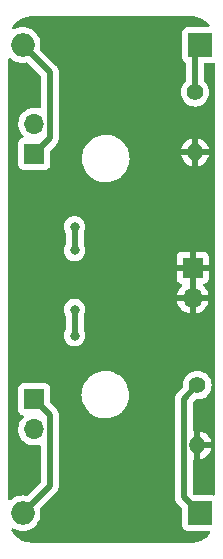
<source format=gbr>
%TF.GenerationSoftware,KiCad,Pcbnew,(6.0.8-1)-1*%
%TF.CreationDate,2023-05-30T17:25:44-07:00*%
%TF.ProjectId,SiPM_breakout,5369504d-5f62-4726-9561-6b6f75742e6b,rev?*%
%TF.SameCoordinates,Original*%
%TF.FileFunction,Copper,L2,Bot*%
%TF.FilePolarity,Positive*%
%FSLAX46Y46*%
G04 Gerber Fmt 4.6, Leading zero omitted, Abs format (unit mm)*
G04 Created by KiCad (PCBNEW (6.0.8-1)-1) date 2023-05-30 17:25:44*
%MOMM*%
%LPD*%
G01*
G04 APERTURE LIST*
%TA.AperFunction,ComponentPad*%
%ADD10R,2.000000X2.000000*%
%TD*%
%TA.AperFunction,ComponentPad*%
%ADD11O,2.000000X2.000000*%
%TD*%
%TA.AperFunction,ComponentPad*%
%ADD12C,1.400000*%
%TD*%
%TA.AperFunction,ComponentPad*%
%ADD13O,1.400000X1.400000*%
%TD*%
%TA.AperFunction,ComponentPad*%
%ADD14R,1.700000X1.700000*%
%TD*%
%TA.AperFunction,ComponentPad*%
%ADD15O,1.700000X1.700000*%
%TD*%
%TA.AperFunction,ViaPad*%
%ADD16C,0.800000*%
%TD*%
%TA.AperFunction,Conductor*%
%ADD17C,0.500000*%
%TD*%
%TA.AperFunction,Conductor*%
%ADD18C,0.250000*%
%TD*%
G04 APERTURE END LIST*
D10*
%TO.P,C2,1*%
%TO.N,Net-(C2-Pad1)*%
X93400000Y-78000000D03*
D11*
%TO.P,C2,2*%
%TO.N,/SIG2*%
X78400000Y-78000000D03*
%TD*%
D10*
%TO.P,C1,1*%
%TO.N,Net-(C1-Pad1)*%
X93400000Y-117642500D03*
D11*
%TO.P,C1,2*%
%TO.N,/SIG1*%
X78400000Y-117642500D03*
%TD*%
D12*
%TO.P,R2,1*%
%TO.N,Net-(C2-Pad1)*%
X93000000Y-82000000D03*
D13*
%TO.P,R2,2*%
%TO.N,/GND*%
X93000000Y-87080000D03*
%TD*%
D12*
%TO.P,R1,1*%
%TO.N,Net-(C1-Pad1)*%
X93200000Y-106800000D03*
D13*
%TO.P,R1,2*%
%TO.N,/GND*%
X93200000Y-111880000D03*
%TD*%
D14*
%TO.P,J2,1,Pin_1*%
%TO.N,/SIG2*%
X79400000Y-87200000D03*
D15*
%TO.P,J2,2,Pin_2*%
%TO.N,/BIAS2*%
X79400000Y-84660000D03*
%TD*%
D14*
%TO.P,J1,1,Pin_1*%
%TO.N,/SIG1*%
X79400000Y-108000000D03*
D15*
%TO.P,J1,2,Pin_2*%
%TO.N,/BIAS1*%
X79400000Y-110540000D03*
%TD*%
D14*
%TO.P,J3,1,Pin_1*%
%TO.N,/GND*%
X92800000Y-96860000D03*
D15*
%TO.P,J3,2,Pin_2*%
X92800000Y-99400000D03*
%TD*%
D16*
%TO.N,/GND*%
X88600000Y-103000000D03*
%TO.N,/BIAS1*%
X82800000Y-102600000D03*
X82800000Y-100400000D03*
%TO.N,/BIAS2*%
X82800000Y-95400000D03*
X82800000Y-93395500D03*
%TO.N,/GND*%
X81800000Y-91600000D03*
X88600000Y-93400000D03*
X79940621Y-100259834D03*
X82600000Y-85400000D03*
X78400000Y-113600000D03*
X82200000Y-110000000D03*
X82200000Y-104600000D03*
X79400000Y-95000000D03*
X81099647Y-92900353D03*
X85250000Y-98000000D03*
%TD*%
D17*
%TO.N,Net-(C2-Pad1)*%
X93000000Y-82000000D02*
X93000000Y-78400000D01*
X93000000Y-78400000D02*
X93400000Y-78000000D01*
%TO.N,Net-(C1-Pad1)*%
X93200000Y-106800000D02*
X92050000Y-107950000D01*
X92050000Y-107950000D02*
X92050000Y-116292500D01*
X92050000Y-116292500D02*
X93400000Y-117642500D01*
X93400000Y-117642500D02*
X93400000Y-117000000D01*
%TO.N,/SIG1*%
X78400000Y-117642500D02*
X80700000Y-115342500D01*
X80700000Y-115342500D02*
X80700000Y-109300000D01*
X80700000Y-109300000D02*
X79400000Y-108000000D01*
%TO.N,/SIG2*%
X79400000Y-87200000D02*
X80700000Y-85900000D01*
X80700000Y-80300000D02*
X78400000Y-78000000D01*
X80700000Y-85900000D02*
X80700000Y-80300000D01*
D18*
%TO.N,Net-(C2-Pad1)*%
X93400000Y-78000000D02*
X92600000Y-78000000D01*
D17*
%TO.N,/BIAS1*%
X82800000Y-102600000D02*
X82800000Y-100400000D01*
%TO.N,/BIAS2*%
X82800000Y-95400000D02*
X82800000Y-93395500D01*
%TD*%
%TA.AperFunction,Conductor*%
%TO.N,/GND*%
G36*
X92610589Y-75568489D02*
G01*
X92629945Y-75569989D01*
X92644849Y-75572310D01*
X92644855Y-75572310D01*
X92653724Y-75573691D01*
X92662626Y-75572527D01*
X92662629Y-75572527D01*
X92670012Y-75571561D01*
X92694591Y-75570767D01*
X92721442Y-75572527D01*
X92916922Y-75585340D01*
X92933262Y-75587491D01*
X93055477Y-75611801D01*
X93177696Y-75636112D01*
X93193606Y-75640375D01*
X93429600Y-75720484D01*
X93444826Y-75726791D01*
X93668342Y-75837016D01*
X93682616Y-75845257D01*
X93889829Y-75983713D01*
X93902905Y-75993746D01*
X94090278Y-76158068D01*
X94101932Y-76169722D01*
X94200768Y-76282422D01*
X94230645Y-76346826D01*
X94220959Y-76417159D01*
X94174787Y-76471090D01*
X94106036Y-76491500D01*
X92351866Y-76491500D01*
X92289684Y-76498255D01*
X92153295Y-76549385D01*
X92036739Y-76636739D01*
X91949385Y-76753295D01*
X91898255Y-76889684D01*
X91891500Y-76951866D01*
X91891500Y-79048134D01*
X91898255Y-79110316D01*
X91949385Y-79246705D01*
X92036739Y-79363261D01*
X92153295Y-79450615D01*
X92161704Y-79453767D01*
X92169575Y-79458077D01*
X92168664Y-79459741D01*
X92216490Y-79495663D01*
X92241193Y-79562224D01*
X92241500Y-79571009D01*
X92241500Y-80997233D01*
X92221498Y-81065354D01*
X92204595Y-81086328D01*
X92070699Y-81220224D01*
X91949411Y-81393442D01*
X91860044Y-81585090D01*
X91805314Y-81789345D01*
X91786884Y-82000000D01*
X91805314Y-82210655D01*
X91860044Y-82414910D01*
X91949411Y-82606558D01*
X92070699Y-82779776D01*
X92220224Y-82929301D01*
X92393442Y-83050589D01*
X92398420Y-83052910D01*
X92398423Y-83052912D01*
X92580108Y-83137633D01*
X92585090Y-83139956D01*
X92590398Y-83141378D01*
X92590400Y-83141379D01*
X92784030Y-83193262D01*
X92784032Y-83193262D01*
X92789345Y-83194686D01*
X93000000Y-83213116D01*
X93210655Y-83194686D01*
X93215968Y-83193262D01*
X93215970Y-83193262D01*
X93409600Y-83141379D01*
X93409602Y-83141378D01*
X93414910Y-83139956D01*
X93419892Y-83137633D01*
X93601577Y-83052912D01*
X93601580Y-83052910D01*
X93606558Y-83050589D01*
X93779776Y-82929301D01*
X93929301Y-82779776D01*
X94050589Y-82606558D01*
X94139956Y-82414910D01*
X94194686Y-82210655D01*
X94213116Y-82000000D01*
X94194686Y-81789345D01*
X94139956Y-81585090D01*
X94050589Y-81393442D01*
X93929301Y-81220224D01*
X93795405Y-81086328D01*
X93761379Y-81024016D01*
X93758500Y-80997233D01*
X93758500Y-79634500D01*
X93778502Y-79566379D01*
X93832158Y-79519886D01*
X93884500Y-79508500D01*
X94448134Y-79508500D01*
X94510316Y-79501745D01*
X94517716Y-79498971D01*
X94521275Y-79497637D01*
X94524238Y-79497420D01*
X94525400Y-79497144D01*
X94525445Y-79497332D01*
X94592082Y-79492457D01*
X94654450Y-79526380D01*
X94688577Y-79588637D01*
X94691500Y-79615621D01*
X94691500Y-116026879D01*
X94671498Y-116095000D01*
X94617842Y-116141493D01*
X94547568Y-116151597D01*
X94521275Y-116144863D01*
X94517716Y-116143529D01*
X94517715Y-116143529D01*
X94510316Y-116140755D01*
X94448134Y-116134000D01*
X93016371Y-116134000D01*
X92948250Y-116113998D01*
X92927276Y-116097095D01*
X92845405Y-116015224D01*
X92811379Y-115952912D01*
X92808500Y-115926129D01*
X92808500Y-113183758D01*
X92828502Y-113115637D01*
X92882158Y-113069144D01*
X92931502Y-113057794D01*
X92942599Y-113057530D01*
X92946000Y-113049588D01*
X92946000Y-113044439D01*
X93454000Y-113044439D01*
X93457973Y-113057970D01*
X93466522Y-113059199D01*
X93609423Y-113020908D01*
X93619727Y-113017158D01*
X93801323Y-112932479D01*
X93810811Y-112927002D01*
X93974942Y-112812075D01*
X93983350Y-112805019D01*
X94125019Y-112663350D01*
X94132075Y-112654942D01*
X94247002Y-112490811D01*
X94252479Y-112481323D01*
X94337158Y-112299727D01*
X94340908Y-112289423D01*
X94377866Y-112151497D01*
X94377530Y-112137401D01*
X94369588Y-112134000D01*
X93472115Y-112134000D01*
X93456876Y-112138475D01*
X93455671Y-112139865D01*
X93454000Y-112147548D01*
X93454000Y-113044439D01*
X92946000Y-113044439D01*
X92946000Y-111607885D01*
X93454000Y-111607885D01*
X93458475Y-111623124D01*
X93459865Y-111624329D01*
X93467548Y-111626000D01*
X94364439Y-111626000D01*
X94377970Y-111622027D01*
X94379199Y-111613478D01*
X94340908Y-111470577D01*
X94337158Y-111460273D01*
X94252479Y-111278677D01*
X94247002Y-111269189D01*
X94132075Y-111105058D01*
X94125019Y-111096650D01*
X93983350Y-110954981D01*
X93974942Y-110947925D01*
X93810811Y-110832998D01*
X93801323Y-110827521D01*
X93619727Y-110742842D01*
X93609423Y-110739092D01*
X93471497Y-110702134D01*
X93457401Y-110702470D01*
X93454000Y-110710412D01*
X93454000Y-111607885D01*
X92946000Y-111607885D01*
X92946000Y-110715561D01*
X92942027Y-110702031D01*
X92916569Y-110698371D01*
X92851988Y-110668878D01*
X92813604Y-110609151D01*
X92808500Y-110573653D01*
X92808500Y-108316371D01*
X92828502Y-108248250D01*
X92845405Y-108227276D01*
X93029316Y-108043365D01*
X93091628Y-108009339D01*
X93129392Y-108006939D01*
X93194524Y-108012637D01*
X93194525Y-108012637D01*
X93200000Y-108013116D01*
X93410655Y-107994686D01*
X93415968Y-107993262D01*
X93415970Y-107993262D01*
X93609600Y-107941379D01*
X93609602Y-107941378D01*
X93614910Y-107939956D01*
X93619892Y-107937633D01*
X93801577Y-107852912D01*
X93801580Y-107852910D01*
X93806558Y-107850589D01*
X93979776Y-107729301D01*
X94129301Y-107579776D01*
X94250589Y-107406558D01*
X94256474Y-107393939D01*
X94337633Y-107219892D01*
X94337634Y-107219891D01*
X94339956Y-107214910D01*
X94369331Y-107105283D01*
X94393262Y-107015970D01*
X94393262Y-107015968D01*
X94394686Y-107010655D01*
X94413116Y-106800000D01*
X94394686Y-106589345D01*
X94339956Y-106385090D01*
X94326928Y-106357152D01*
X94252912Y-106198423D01*
X94252910Y-106198420D01*
X94250589Y-106193442D01*
X94129301Y-106020224D01*
X93979776Y-105870699D01*
X93806558Y-105749411D01*
X93801580Y-105747090D01*
X93801577Y-105747088D01*
X93619892Y-105662367D01*
X93619891Y-105662366D01*
X93614910Y-105660044D01*
X93609602Y-105658622D01*
X93609600Y-105658621D01*
X93415970Y-105606738D01*
X93415968Y-105606738D01*
X93410655Y-105605314D01*
X93200000Y-105586884D01*
X92989345Y-105605314D01*
X92984032Y-105606738D01*
X92984030Y-105606738D01*
X92790400Y-105658621D01*
X92790398Y-105658622D01*
X92785090Y-105660044D01*
X92780109Y-105662366D01*
X92780108Y-105662367D01*
X92598423Y-105747088D01*
X92598420Y-105747090D01*
X92593442Y-105749411D01*
X92420224Y-105870699D01*
X92270699Y-106020224D01*
X92149411Y-106193442D01*
X92147090Y-106198420D01*
X92147088Y-106198423D01*
X92073072Y-106357152D01*
X92060044Y-106385090D01*
X92005314Y-106589345D01*
X91986884Y-106800000D01*
X91987363Y-106805475D01*
X91987363Y-106805476D01*
X91993061Y-106870608D01*
X91979071Y-106940213D01*
X91956635Y-106970684D01*
X91561089Y-107366230D01*
X91546677Y-107378616D01*
X91535082Y-107387149D01*
X91535077Y-107387154D01*
X91529182Y-107391492D01*
X91524443Y-107397070D01*
X91524440Y-107397073D01*
X91494965Y-107431768D01*
X91488035Y-107439284D01*
X91482340Y-107444979D01*
X91480060Y-107447861D01*
X91464719Y-107467251D01*
X91461928Y-107470655D01*
X91419409Y-107520703D01*
X91414667Y-107526285D01*
X91411339Y-107532801D01*
X91407972Y-107537850D01*
X91404805Y-107542979D01*
X91400266Y-107548716D01*
X91369345Y-107614875D01*
X91367442Y-107618769D01*
X91334231Y-107683808D01*
X91332492Y-107690916D01*
X91330393Y-107696559D01*
X91328476Y-107702322D01*
X91325378Y-107708950D01*
X91323888Y-107716112D01*
X91323888Y-107716113D01*
X91310514Y-107780412D01*
X91309544Y-107784696D01*
X91292192Y-107855610D01*
X91291500Y-107866764D01*
X91291464Y-107866762D01*
X91291225Y-107870755D01*
X91290851Y-107874947D01*
X91289360Y-107882115D01*
X91289558Y-107889432D01*
X91291454Y-107959521D01*
X91291500Y-107962928D01*
X91291500Y-116225430D01*
X91290067Y-116244380D01*
X91286801Y-116265849D01*
X91287394Y-116273141D01*
X91287394Y-116273144D01*
X91291085Y-116318518D01*
X91291500Y-116328733D01*
X91291500Y-116336793D01*
X91291925Y-116340437D01*
X91294789Y-116365007D01*
X91295222Y-116369382D01*
X91299465Y-116421540D01*
X91301140Y-116442137D01*
X91303396Y-116449101D01*
X91304587Y-116455060D01*
X91305971Y-116460915D01*
X91306818Y-116468181D01*
X91331735Y-116536827D01*
X91333152Y-116540955D01*
X91355649Y-116610399D01*
X91359445Y-116616654D01*
X91361951Y-116622128D01*
X91364670Y-116627558D01*
X91367167Y-116634437D01*
X91371180Y-116640557D01*
X91371180Y-116640558D01*
X91407186Y-116695476D01*
X91409523Y-116699180D01*
X91447405Y-116761607D01*
X91451121Y-116765815D01*
X91451122Y-116765816D01*
X91454803Y-116769984D01*
X91454776Y-116770008D01*
X91457429Y-116773000D01*
X91460132Y-116776233D01*
X91464144Y-116782352D01*
X91469456Y-116787384D01*
X91520383Y-116835628D01*
X91522825Y-116838006D01*
X91854595Y-117169776D01*
X91888621Y-117232088D01*
X91891500Y-117258871D01*
X91891500Y-118690634D01*
X91898255Y-118752816D01*
X91949385Y-118889205D01*
X92036739Y-119005761D01*
X92153295Y-119093115D01*
X92289684Y-119144245D01*
X92351866Y-119151000D01*
X94167863Y-119151000D01*
X94235984Y-119171002D01*
X94282477Y-119224658D01*
X94292581Y-119294932D01*
X94262595Y-119360078D01*
X94101932Y-119543278D01*
X94090278Y-119554932D01*
X93902905Y-119719254D01*
X93889829Y-119729287D01*
X93682616Y-119867743D01*
X93668342Y-119875984D01*
X93444826Y-119986209D01*
X93429602Y-119992515D01*
X93193606Y-120072625D01*
X93177696Y-120076888D01*
X93055477Y-120101199D01*
X92933262Y-120125509D01*
X92916922Y-120127660D01*
X92768134Y-120137413D01*
X92701763Y-120141763D01*
X92678651Y-120140733D01*
X92675146Y-120140690D01*
X92666276Y-120139309D01*
X92657375Y-120140473D01*
X92657371Y-120140473D01*
X92634785Y-120143427D01*
X92618419Y-120144491D01*
X79269411Y-120141511D01*
X79250055Y-120140011D01*
X79235151Y-120137690D01*
X79235145Y-120137690D01*
X79226276Y-120136309D01*
X79217374Y-120137473D01*
X79217371Y-120137473D01*
X79209988Y-120138439D01*
X79185409Y-120139233D01*
X79140799Y-120136309D01*
X78963078Y-120124660D01*
X78946738Y-120122509D01*
X78824523Y-120098199D01*
X78702304Y-120073888D01*
X78686394Y-120069625D01*
X78450398Y-119989515D01*
X78435174Y-119983209D01*
X78211658Y-119872984D01*
X78197384Y-119864743D01*
X77990171Y-119726287D01*
X77977095Y-119716254D01*
X77789722Y-119551932D01*
X77778068Y-119540278D01*
X77613746Y-119352905D01*
X77603713Y-119339829D01*
X77465257Y-119132616D01*
X77457017Y-119118344D01*
X77448722Y-119101524D01*
X77436531Y-119031582D01*
X77464089Y-118966152D01*
X77522647Y-118926008D01*
X77593612Y-118923895D01*
X77627562Y-118938361D01*
X77672913Y-118966152D01*
X77713037Y-118990740D01*
X77717607Y-118992633D01*
X77717611Y-118992635D01*
X77927833Y-119079711D01*
X77932406Y-119081605D01*
X77980349Y-119093115D01*
X78158476Y-119135880D01*
X78158482Y-119135881D01*
X78163289Y-119137035D01*
X78400000Y-119155665D01*
X78636711Y-119137035D01*
X78641518Y-119135881D01*
X78641524Y-119135880D01*
X78819651Y-119093115D01*
X78867594Y-119081605D01*
X78872167Y-119079711D01*
X79082389Y-118992635D01*
X79082393Y-118992633D01*
X79086963Y-118990740D01*
X79127087Y-118966152D01*
X79285202Y-118869259D01*
X79285208Y-118869255D01*
X79289416Y-118866676D01*
X79469969Y-118712469D01*
X79624176Y-118531916D01*
X79626755Y-118527708D01*
X79626759Y-118527702D01*
X79745654Y-118333683D01*
X79748240Y-118329463D01*
X79839105Y-118110094D01*
X79894535Y-117879211D01*
X79913165Y-117642500D01*
X79894535Y-117405789D01*
X79893381Y-117400982D01*
X79893380Y-117400976D01*
X79875164Y-117325102D01*
X79878711Y-117254194D01*
X79908588Y-117206593D01*
X81188911Y-115926270D01*
X81203323Y-115913884D01*
X81214918Y-115905351D01*
X81214923Y-115905346D01*
X81220818Y-115901008D01*
X81225557Y-115895430D01*
X81225560Y-115895427D01*
X81255035Y-115860732D01*
X81261965Y-115853216D01*
X81267660Y-115847521D01*
X81285281Y-115825249D01*
X81288072Y-115821845D01*
X81330591Y-115771797D01*
X81330592Y-115771795D01*
X81335333Y-115766215D01*
X81338661Y-115759699D01*
X81342028Y-115754650D01*
X81345195Y-115749521D01*
X81349734Y-115743784D01*
X81380655Y-115677625D01*
X81382561Y-115673725D01*
X81415769Y-115608692D01*
X81417508Y-115601584D01*
X81419607Y-115595941D01*
X81421524Y-115590178D01*
X81424622Y-115583550D01*
X81439487Y-115512083D01*
X81440457Y-115507799D01*
X81456473Y-115442345D01*
X81457808Y-115436890D01*
X81458500Y-115425736D01*
X81458536Y-115425738D01*
X81458775Y-115421745D01*
X81459149Y-115417553D01*
X81460640Y-115410385D01*
X81458546Y-115332979D01*
X81458500Y-115329572D01*
X81458500Y-109367070D01*
X81459933Y-109348120D01*
X81462099Y-109333885D01*
X81462099Y-109333881D01*
X81463199Y-109326651D01*
X81461807Y-109309530D01*
X81458915Y-109273982D01*
X81458500Y-109263767D01*
X81458500Y-109255707D01*
X81455209Y-109227480D01*
X81454778Y-109223121D01*
X81449454Y-109157662D01*
X81449453Y-109157659D01*
X81448860Y-109150364D01*
X81446604Y-109143400D01*
X81445417Y-109137461D01*
X81444030Y-109131590D01*
X81443182Y-109124319D01*
X81440686Y-109117443D01*
X81440684Y-109117434D01*
X81418275Y-109055702D01*
X81416865Y-109051598D01*
X81394352Y-108982101D01*
X81390556Y-108975846D01*
X81388057Y-108970387D01*
X81385329Y-108964939D01*
X81382833Y-108958063D01*
X81342805Y-108897010D01*
X81340481Y-108893327D01*
X81305504Y-108835686D01*
X81305501Y-108835682D01*
X81302595Y-108830893D01*
X81295197Y-108822517D01*
X81295224Y-108822493D01*
X81292579Y-108819511D01*
X81289872Y-108816274D01*
X81285856Y-108810148D01*
X81229598Y-108756854D01*
X81227157Y-108754477D01*
X80795405Y-108322725D01*
X80761379Y-108260413D01*
X80758500Y-108233630D01*
X80758500Y-107529733D01*
X83387822Y-107529733D01*
X83387975Y-107534121D01*
X83387975Y-107534127D01*
X83396726Y-107784701D01*
X83397625Y-107810458D01*
X83398387Y-107814781D01*
X83398388Y-107814788D01*
X83422164Y-107949624D01*
X83446402Y-108087087D01*
X83533203Y-108354235D01*
X83656340Y-108606702D01*
X83658795Y-108610341D01*
X83658798Y-108610347D01*
X83731890Y-108718710D01*
X83813415Y-108839576D01*
X84001371Y-109048322D01*
X84216550Y-109228879D01*
X84454764Y-109377731D01*
X84711375Y-109491982D01*
X84981390Y-109569407D01*
X84985740Y-109570018D01*
X84985743Y-109570019D01*
X85088690Y-109584487D01*
X85259552Y-109608500D01*
X85470146Y-109608500D01*
X85472332Y-109608347D01*
X85472336Y-109608347D01*
X85675827Y-109594118D01*
X85675832Y-109594117D01*
X85680212Y-109593811D01*
X85954970Y-109535409D01*
X85959099Y-109533906D01*
X85959103Y-109533905D01*
X86214781Y-109440846D01*
X86214785Y-109440844D01*
X86218926Y-109439337D01*
X86466942Y-109307464D01*
X86483782Y-109295229D01*
X86690629Y-109144947D01*
X86690632Y-109144944D01*
X86694192Y-109142358D01*
X86699094Y-109137625D01*
X86794947Y-109045060D01*
X86896252Y-108947231D01*
X87069188Y-108725882D01*
X87071384Y-108722078D01*
X87071389Y-108722071D01*
X87207435Y-108486431D01*
X87209636Y-108482619D01*
X87314862Y-108222176D01*
X87348544Y-108087087D01*
X87381753Y-107953893D01*
X87381754Y-107953888D01*
X87382817Y-107949624D01*
X87383834Y-107939956D01*
X87411719Y-107674636D01*
X87411719Y-107674633D01*
X87412178Y-107670267D01*
X87410380Y-107618775D01*
X87402529Y-107393939D01*
X87402528Y-107393933D01*
X87402375Y-107389542D01*
X87400449Y-107378616D01*
X87354360Y-107117236D01*
X87353598Y-107112913D01*
X87266797Y-106845765D01*
X87241806Y-106794525D01*
X87170048Y-106647402D01*
X87143660Y-106593298D01*
X87141205Y-106589659D01*
X87141202Y-106589653D01*
X87003222Y-106385090D01*
X86986585Y-106360424D01*
X86798629Y-106151678D01*
X86583450Y-105971121D01*
X86345236Y-105822269D01*
X86088625Y-105708018D01*
X85818610Y-105630593D01*
X85814260Y-105629982D01*
X85814257Y-105629981D01*
X85711310Y-105615513D01*
X85540448Y-105591500D01*
X85329854Y-105591500D01*
X85327668Y-105591653D01*
X85327664Y-105591653D01*
X85124173Y-105605882D01*
X85124168Y-105605883D01*
X85119788Y-105606189D01*
X84845030Y-105664591D01*
X84840901Y-105666094D01*
X84840897Y-105666095D01*
X84585219Y-105759154D01*
X84585215Y-105759156D01*
X84581074Y-105760663D01*
X84333058Y-105892536D01*
X84329499Y-105895122D01*
X84329497Y-105895123D01*
X84157310Y-106020224D01*
X84105808Y-106057642D01*
X83903748Y-106252769D01*
X83730812Y-106474118D01*
X83728616Y-106477922D01*
X83728611Y-106477929D01*
X83634174Y-106641500D01*
X83590364Y-106717381D01*
X83485138Y-106977824D01*
X83484073Y-106982097D01*
X83484072Y-106982099D01*
X83424784Y-107219892D01*
X83417183Y-107250376D01*
X83416724Y-107254744D01*
X83416723Y-107254749D01*
X83396730Y-107444979D01*
X83387822Y-107529733D01*
X80758500Y-107529733D01*
X80758500Y-107101866D01*
X80751745Y-107039684D01*
X80700615Y-106903295D01*
X80613261Y-106786739D01*
X80496705Y-106699385D01*
X80360316Y-106648255D01*
X80298134Y-106641500D01*
X78501866Y-106641500D01*
X78439684Y-106648255D01*
X78303295Y-106699385D01*
X78186739Y-106786739D01*
X78099385Y-106903295D01*
X78048255Y-107039684D01*
X78041500Y-107101866D01*
X78041500Y-108898134D01*
X78048255Y-108960316D01*
X78099385Y-109096705D01*
X78186739Y-109213261D01*
X78303295Y-109300615D01*
X78311704Y-109303767D01*
X78311705Y-109303768D01*
X78420451Y-109344535D01*
X78477216Y-109387176D01*
X78501916Y-109453738D01*
X78486709Y-109523087D01*
X78467316Y-109549568D01*
X78340629Y-109682138D01*
X78214743Y-109866680D01*
X78120688Y-110069305D01*
X78060989Y-110284570D01*
X78037251Y-110506695D01*
X78037548Y-110511848D01*
X78037548Y-110511851D01*
X78043158Y-110609151D01*
X78050110Y-110729715D01*
X78051247Y-110734761D01*
X78051248Y-110734767D01*
X78052223Y-110739092D01*
X78099222Y-110947639D01*
X78183266Y-111154616D01*
X78299987Y-111345088D01*
X78446250Y-111513938D01*
X78618126Y-111656632D01*
X78811000Y-111769338D01*
X79019692Y-111849030D01*
X79024760Y-111850061D01*
X79024763Y-111850062D01*
X79132012Y-111871882D01*
X79238597Y-111893567D01*
X79243772Y-111893757D01*
X79243774Y-111893757D01*
X79456673Y-111901564D01*
X79456677Y-111901564D01*
X79461837Y-111901753D01*
X79466957Y-111901097D01*
X79466959Y-111901097D01*
X79678288Y-111874025D01*
X79678289Y-111874025D01*
X79683416Y-111873368D01*
X79688367Y-111871883D01*
X79688370Y-111871882D01*
X79779293Y-111844604D01*
X79850288Y-111844188D01*
X79910239Y-111882220D01*
X79940110Y-111946627D01*
X79941500Y-111965290D01*
X79941500Y-114976129D01*
X79921498Y-115044250D01*
X79904595Y-115065224D01*
X78835907Y-116133912D01*
X78773595Y-116167938D01*
X78717398Y-116167336D01*
X78641524Y-116149120D01*
X78641518Y-116149119D01*
X78636711Y-116147965D01*
X78400000Y-116129335D01*
X78163289Y-116147965D01*
X78158482Y-116149119D01*
X78158476Y-116149120D01*
X78013988Y-116183809D01*
X77932406Y-116203395D01*
X77927835Y-116205288D01*
X77927833Y-116205289D01*
X77717611Y-116292365D01*
X77717607Y-116292367D01*
X77713037Y-116294260D01*
X77708817Y-116296846D01*
X77514798Y-116415741D01*
X77514792Y-116415745D01*
X77510584Y-116418324D01*
X77506822Y-116421537D01*
X77506818Y-116421540D01*
X77396330Y-116515905D01*
X77331541Y-116544936D01*
X77261341Y-116534331D01*
X77208018Y-116487456D01*
X77188500Y-116420094D01*
X77188500Y-102600000D01*
X81886496Y-102600000D01*
X81906458Y-102789928D01*
X81965473Y-102971556D01*
X82060960Y-103136944D01*
X82188747Y-103278866D01*
X82343248Y-103391118D01*
X82349276Y-103393802D01*
X82349278Y-103393803D01*
X82511681Y-103466109D01*
X82517712Y-103468794D01*
X82611113Y-103488647D01*
X82698056Y-103507128D01*
X82698061Y-103507128D01*
X82704513Y-103508500D01*
X82895487Y-103508500D01*
X82901939Y-103507128D01*
X82901944Y-103507128D01*
X82988887Y-103488647D01*
X83082288Y-103468794D01*
X83088319Y-103466109D01*
X83250722Y-103393803D01*
X83250724Y-103393802D01*
X83256752Y-103391118D01*
X83411253Y-103278866D01*
X83539040Y-103136944D01*
X83634527Y-102971556D01*
X83693542Y-102789928D01*
X83713504Y-102600000D01*
X83693542Y-102410072D01*
X83634527Y-102228444D01*
X83575381Y-102126000D01*
X83558500Y-102063001D01*
X83558500Y-100936999D01*
X83575381Y-100873999D01*
X83631223Y-100777279D01*
X83631224Y-100777278D01*
X83634527Y-100771556D01*
X83693542Y-100589928D01*
X83713504Y-100400000D01*
X83693542Y-100210072D01*
X83634527Y-100028444D01*
X83539040Y-99863056D01*
X83411253Y-99721134D01*
X83338074Y-99667966D01*
X91468257Y-99667966D01*
X91498565Y-99802446D01*
X91501645Y-99812275D01*
X91581770Y-100009603D01*
X91586413Y-100018794D01*
X91697694Y-100200388D01*
X91703777Y-100208699D01*
X91843213Y-100369667D01*
X91850580Y-100376883D01*
X92014434Y-100512916D01*
X92022881Y-100518831D01*
X92206756Y-100626279D01*
X92216042Y-100630729D01*
X92415001Y-100706703D01*
X92424899Y-100709579D01*
X92528250Y-100730606D01*
X92542299Y-100729410D01*
X92546000Y-100719065D01*
X92546000Y-100718517D01*
X93054000Y-100718517D01*
X93058064Y-100732359D01*
X93071478Y-100734393D01*
X93078184Y-100733534D01*
X93088262Y-100731392D01*
X93292255Y-100670191D01*
X93301842Y-100666433D01*
X93493095Y-100572739D01*
X93501945Y-100567464D01*
X93675328Y-100443792D01*
X93683200Y-100437139D01*
X93834052Y-100286812D01*
X93840730Y-100278965D01*
X93965003Y-100106020D01*
X93970313Y-100097183D01*
X94064670Y-99906267D01*
X94068469Y-99896672D01*
X94130377Y-99692910D01*
X94132555Y-99682837D01*
X94133986Y-99671962D01*
X94131775Y-99657778D01*
X94118617Y-99654000D01*
X93072115Y-99654000D01*
X93056876Y-99658475D01*
X93055671Y-99659865D01*
X93054000Y-99667548D01*
X93054000Y-100718517D01*
X92546000Y-100718517D01*
X92546000Y-99672115D01*
X92541525Y-99656876D01*
X92540135Y-99655671D01*
X92532452Y-99654000D01*
X91483225Y-99654000D01*
X91469694Y-99657973D01*
X91468257Y-99667966D01*
X83338074Y-99667966D01*
X83256752Y-99608882D01*
X83250724Y-99606198D01*
X83250722Y-99606197D01*
X83088319Y-99533891D01*
X83088318Y-99533891D01*
X83082288Y-99531206D01*
X82988887Y-99511353D01*
X82901944Y-99492872D01*
X82901939Y-99492872D01*
X82895487Y-99491500D01*
X82704513Y-99491500D01*
X82698061Y-99492872D01*
X82698056Y-99492872D01*
X82611112Y-99511353D01*
X82517712Y-99531206D01*
X82511682Y-99533891D01*
X82511681Y-99533891D01*
X82349278Y-99606197D01*
X82349276Y-99606198D01*
X82343248Y-99608882D01*
X82188747Y-99721134D01*
X82060960Y-99863056D01*
X81965473Y-100028444D01*
X81906458Y-100210072D01*
X81886496Y-100400000D01*
X81906458Y-100589928D01*
X81965473Y-100771556D01*
X81968776Y-100777278D01*
X81968777Y-100777279D01*
X82024619Y-100873999D01*
X82041500Y-100936999D01*
X82041500Y-102063001D01*
X82024619Y-102126000D01*
X81965473Y-102228444D01*
X81906458Y-102410072D01*
X81886496Y-102600000D01*
X77188500Y-102600000D01*
X77188500Y-97754669D01*
X91442001Y-97754669D01*
X91442371Y-97761490D01*
X91447895Y-97812352D01*
X91451521Y-97827604D01*
X91496676Y-97948054D01*
X91505214Y-97963649D01*
X91581715Y-98065724D01*
X91594276Y-98078285D01*
X91696351Y-98154786D01*
X91711946Y-98163324D01*
X91821337Y-98204333D01*
X91878101Y-98246975D01*
X91902801Y-98313536D01*
X91887594Y-98382885D01*
X91868201Y-98409366D01*
X91744590Y-98538717D01*
X91738104Y-98546727D01*
X91618098Y-98722649D01*
X91613000Y-98731623D01*
X91523338Y-98924783D01*
X91519775Y-98934470D01*
X91464389Y-99134183D01*
X91465912Y-99142607D01*
X91478292Y-99146000D01*
X92527885Y-99146000D01*
X92543124Y-99141525D01*
X92544329Y-99140135D01*
X92546000Y-99132452D01*
X92546000Y-99127885D01*
X93054000Y-99127885D01*
X93058475Y-99143124D01*
X93059865Y-99144329D01*
X93067548Y-99146000D01*
X94118344Y-99146000D01*
X94131875Y-99142027D01*
X94133180Y-99132947D01*
X94091214Y-98965875D01*
X94087894Y-98956124D01*
X94002972Y-98760814D01*
X93998105Y-98751739D01*
X93882426Y-98572926D01*
X93876136Y-98564757D01*
X93731931Y-98406279D01*
X93700879Y-98342433D01*
X93709273Y-98271934D01*
X93754450Y-98217166D01*
X93780894Y-98203497D01*
X93888054Y-98163324D01*
X93903649Y-98154786D01*
X94005724Y-98078285D01*
X94018285Y-98065724D01*
X94094786Y-97963649D01*
X94103324Y-97948054D01*
X94148478Y-97827606D01*
X94152105Y-97812351D01*
X94157631Y-97761486D01*
X94158000Y-97754672D01*
X94158000Y-97132115D01*
X94153525Y-97116876D01*
X94152135Y-97115671D01*
X94144452Y-97114000D01*
X93072115Y-97114000D01*
X93056876Y-97118475D01*
X93055671Y-97119865D01*
X93054000Y-97127548D01*
X93054000Y-99127885D01*
X92546000Y-99127885D01*
X92546000Y-97132115D01*
X92541525Y-97116876D01*
X92540135Y-97115671D01*
X92532452Y-97114000D01*
X91460116Y-97114000D01*
X91444877Y-97118475D01*
X91443672Y-97119865D01*
X91442001Y-97127548D01*
X91442001Y-97754669D01*
X77188500Y-97754669D01*
X77188500Y-96587885D01*
X91442000Y-96587885D01*
X91446475Y-96603124D01*
X91447865Y-96604329D01*
X91455548Y-96606000D01*
X92527885Y-96606000D01*
X92543124Y-96601525D01*
X92544329Y-96600135D01*
X92546000Y-96592452D01*
X92546000Y-96587885D01*
X93054000Y-96587885D01*
X93058475Y-96603124D01*
X93059865Y-96604329D01*
X93067548Y-96606000D01*
X94139884Y-96606000D01*
X94155123Y-96601525D01*
X94156328Y-96600135D01*
X94157999Y-96592452D01*
X94157999Y-95965331D01*
X94157629Y-95958510D01*
X94152105Y-95907648D01*
X94148479Y-95892396D01*
X94103324Y-95771946D01*
X94094786Y-95756351D01*
X94018285Y-95654276D01*
X94005724Y-95641715D01*
X93903649Y-95565214D01*
X93888054Y-95556676D01*
X93767606Y-95511522D01*
X93752351Y-95507895D01*
X93701486Y-95502369D01*
X93694672Y-95502000D01*
X93072115Y-95502000D01*
X93056876Y-95506475D01*
X93055671Y-95507865D01*
X93054000Y-95515548D01*
X93054000Y-96587885D01*
X92546000Y-96587885D01*
X92546000Y-95520116D01*
X92541525Y-95504877D01*
X92540135Y-95503672D01*
X92532452Y-95502001D01*
X91905331Y-95502001D01*
X91898510Y-95502371D01*
X91847648Y-95507895D01*
X91832396Y-95511521D01*
X91711946Y-95556676D01*
X91696351Y-95565214D01*
X91594276Y-95641715D01*
X91581715Y-95654276D01*
X91505214Y-95756351D01*
X91496676Y-95771946D01*
X91451522Y-95892394D01*
X91447895Y-95907649D01*
X91442369Y-95958514D01*
X91442000Y-95965328D01*
X91442000Y-96587885D01*
X77188500Y-96587885D01*
X77188500Y-95400000D01*
X81886496Y-95400000D01*
X81887186Y-95406565D01*
X81899121Y-95520116D01*
X81906458Y-95589928D01*
X81965473Y-95771556D01*
X82060960Y-95936944D01*
X82188747Y-96078866D01*
X82343248Y-96191118D01*
X82349276Y-96193802D01*
X82349278Y-96193803D01*
X82511681Y-96266109D01*
X82517712Y-96268794D01*
X82611113Y-96288647D01*
X82698056Y-96307128D01*
X82698061Y-96307128D01*
X82704513Y-96308500D01*
X82895487Y-96308500D01*
X82901939Y-96307128D01*
X82901944Y-96307128D01*
X82988887Y-96288647D01*
X83082288Y-96268794D01*
X83088319Y-96266109D01*
X83250722Y-96193803D01*
X83250724Y-96193802D01*
X83256752Y-96191118D01*
X83411253Y-96078866D01*
X83539040Y-95936944D01*
X83634527Y-95771556D01*
X83693542Y-95589928D01*
X83700880Y-95520116D01*
X83712814Y-95406565D01*
X83713504Y-95400000D01*
X83693542Y-95210072D01*
X83634527Y-95028444D01*
X83575381Y-94926000D01*
X83558500Y-94863001D01*
X83558500Y-93932499D01*
X83575381Y-93869499D01*
X83631223Y-93772779D01*
X83631224Y-93772778D01*
X83634527Y-93767056D01*
X83693542Y-93585428D01*
X83713504Y-93395500D01*
X83693542Y-93205572D01*
X83634527Y-93023944D01*
X83539040Y-92858556D01*
X83411253Y-92716634D01*
X83256752Y-92604382D01*
X83250724Y-92601698D01*
X83250722Y-92601697D01*
X83088319Y-92529391D01*
X83088318Y-92529391D01*
X83082288Y-92526706D01*
X82988887Y-92506853D01*
X82901944Y-92488372D01*
X82901939Y-92488372D01*
X82895487Y-92487000D01*
X82704513Y-92487000D01*
X82698061Y-92488372D01*
X82698056Y-92488372D01*
X82611113Y-92506853D01*
X82517712Y-92526706D01*
X82511682Y-92529391D01*
X82511681Y-92529391D01*
X82349278Y-92601697D01*
X82349276Y-92601698D01*
X82343248Y-92604382D01*
X82188747Y-92716634D01*
X82060960Y-92858556D01*
X81965473Y-93023944D01*
X81906458Y-93205572D01*
X81886496Y-93395500D01*
X81906458Y-93585428D01*
X81965473Y-93767056D01*
X81968776Y-93772778D01*
X81968777Y-93772779D01*
X82024619Y-93869499D01*
X82041500Y-93932499D01*
X82041500Y-94863001D01*
X82024619Y-94926000D01*
X81965473Y-95028444D01*
X81906458Y-95210072D01*
X81886496Y-95400000D01*
X77188500Y-95400000D01*
X77188500Y-79222406D01*
X77208502Y-79154285D01*
X77262158Y-79107792D01*
X77332432Y-79097688D01*
X77396330Y-79126595D01*
X77506818Y-79220960D01*
X77506822Y-79220963D01*
X77510584Y-79224176D01*
X77514792Y-79226755D01*
X77514798Y-79226759D01*
X77708817Y-79345654D01*
X77713037Y-79348240D01*
X77717607Y-79350133D01*
X77717611Y-79350135D01*
X77879143Y-79417043D01*
X77932406Y-79439105D01*
X77980349Y-79450615D01*
X78158476Y-79493380D01*
X78158482Y-79493381D01*
X78163289Y-79494535D01*
X78400000Y-79513165D01*
X78636711Y-79494535D01*
X78641518Y-79493381D01*
X78641524Y-79493380D01*
X78717398Y-79475164D01*
X78788306Y-79478711D01*
X78835907Y-79508588D01*
X79904595Y-80577276D01*
X79938621Y-80639588D01*
X79941500Y-80666371D01*
X79941500Y-83232230D01*
X79921498Y-83300351D01*
X79867842Y-83346844D01*
X79797568Y-83356948D01*
X79773439Y-83351002D01*
X79753094Y-83343797D01*
X79753085Y-83343795D01*
X79748212Y-83342069D01*
X79743119Y-83341162D01*
X79743116Y-83341161D01*
X79533373Y-83303800D01*
X79533367Y-83303799D01*
X79528284Y-83302894D01*
X79454452Y-83301992D01*
X79310081Y-83300228D01*
X79310079Y-83300228D01*
X79304911Y-83300165D01*
X79084091Y-83333955D01*
X78871756Y-83403357D01*
X78673607Y-83506507D01*
X78669474Y-83509610D01*
X78669471Y-83509612D01*
X78499100Y-83637530D01*
X78494965Y-83640635D01*
X78340629Y-83802138D01*
X78214743Y-83986680D01*
X78120688Y-84189305D01*
X78060989Y-84404570D01*
X78037251Y-84626695D01*
X78050110Y-84849715D01*
X78051247Y-84854761D01*
X78051248Y-84854767D01*
X78075304Y-84961508D01*
X78099222Y-85067639D01*
X78183266Y-85274616D01*
X78299987Y-85465088D01*
X78446250Y-85633938D01*
X78450230Y-85637242D01*
X78454981Y-85641187D01*
X78494616Y-85700090D01*
X78496113Y-85771071D01*
X78458997Y-85831593D01*
X78418725Y-85856112D01*
X78331642Y-85888758D01*
X78303295Y-85899385D01*
X78186739Y-85986739D01*
X78099385Y-86103295D01*
X78048255Y-86239684D01*
X78041500Y-86301866D01*
X78041500Y-88098134D01*
X78048255Y-88160316D01*
X78099385Y-88296705D01*
X78186739Y-88413261D01*
X78303295Y-88500615D01*
X78439684Y-88551745D01*
X78501866Y-88558500D01*
X80298134Y-88558500D01*
X80360316Y-88551745D01*
X80496705Y-88500615D01*
X80613261Y-88413261D01*
X80700615Y-88296705D01*
X80751745Y-88160316D01*
X80758500Y-88098134D01*
X80758500Y-87546733D01*
X83434822Y-87546733D01*
X83434975Y-87551121D01*
X83434975Y-87551127D01*
X83439522Y-87681323D01*
X83444625Y-87827458D01*
X83445387Y-87831781D01*
X83445388Y-87831788D01*
X83469164Y-87966624D01*
X83493402Y-88104087D01*
X83580203Y-88371235D01*
X83582131Y-88375188D01*
X83582133Y-88375193D01*
X83603325Y-88418642D01*
X83703340Y-88623702D01*
X83705795Y-88627341D01*
X83705798Y-88627347D01*
X83778890Y-88735710D01*
X83860415Y-88856576D01*
X84048371Y-89065322D01*
X84263550Y-89245879D01*
X84501764Y-89394731D01*
X84758375Y-89508982D01*
X85028390Y-89586407D01*
X85032740Y-89587018D01*
X85032743Y-89587019D01*
X85135690Y-89601487D01*
X85306552Y-89625500D01*
X85517146Y-89625500D01*
X85519332Y-89625347D01*
X85519336Y-89625347D01*
X85722827Y-89611118D01*
X85722832Y-89611117D01*
X85727212Y-89610811D01*
X86001970Y-89552409D01*
X86006099Y-89550906D01*
X86006103Y-89550905D01*
X86261781Y-89457846D01*
X86261785Y-89457844D01*
X86265926Y-89456337D01*
X86513942Y-89324464D01*
X86618896Y-89248211D01*
X86737629Y-89161947D01*
X86737632Y-89161944D01*
X86741192Y-89159358D01*
X86943252Y-88964231D01*
X87116188Y-88742882D01*
X87118384Y-88739078D01*
X87118389Y-88739071D01*
X87254435Y-88503431D01*
X87256636Y-88499619D01*
X87361862Y-88239176D01*
X87396181Y-88101531D01*
X87428753Y-87970893D01*
X87428754Y-87970888D01*
X87429817Y-87966624D01*
X87440672Y-87863350D01*
X87458719Y-87691636D01*
X87458719Y-87691633D01*
X87459178Y-87687267D01*
X87459025Y-87682873D01*
X87449529Y-87410939D01*
X87449528Y-87410933D01*
X87449375Y-87406542D01*
X87438792Y-87346522D01*
X91820801Y-87346522D01*
X91859092Y-87489423D01*
X91862842Y-87499727D01*
X91947521Y-87681323D01*
X91952998Y-87690811D01*
X92067925Y-87854942D01*
X92074981Y-87863350D01*
X92216650Y-88005019D01*
X92225058Y-88012075D01*
X92389189Y-88127002D01*
X92398677Y-88132479D01*
X92580273Y-88217158D01*
X92590577Y-88220908D01*
X92728503Y-88257866D01*
X92742599Y-88257530D01*
X92746000Y-88249588D01*
X92746000Y-88244439D01*
X93254000Y-88244439D01*
X93257973Y-88257970D01*
X93266522Y-88259199D01*
X93409423Y-88220908D01*
X93419727Y-88217158D01*
X93601323Y-88132479D01*
X93610811Y-88127002D01*
X93774942Y-88012075D01*
X93783350Y-88005019D01*
X93925019Y-87863350D01*
X93932075Y-87854942D01*
X94047002Y-87690811D01*
X94052479Y-87681323D01*
X94137158Y-87499727D01*
X94140908Y-87489423D01*
X94177866Y-87351497D01*
X94177530Y-87337401D01*
X94169588Y-87334000D01*
X93272115Y-87334000D01*
X93256876Y-87338475D01*
X93255671Y-87339865D01*
X93254000Y-87347548D01*
X93254000Y-88244439D01*
X92746000Y-88244439D01*
X92746000Y-87352115D01*
X92741525Y-87336876D01*
X92740135Y-87335671D01*
X92732452Y-87334000D01*
X91835561Y-87334000D01*
X91822030Y-87337973D01*
X91820801Y-87346522D01*
X87438792Y-87346522D01*
X87437285Y-87337973D01*
X87401360Y-87134236D01*
X87400598Y-87129913D01*
X87313797Y-86862765D01*
X87295866Y-86826000D01*
X87287332Y-86808503D01*
X91822134Y-86808503D01*
X91822470Y-86822599D01*
X91830412Y-86826000D01*
X92727885Y-86826000D01*
X92743124Y-86821525D01*
X92744329Y-86820135D01*
X92746000Y-86812452D01*
X92746000Y-86807885D01*
X93254000Y-86807885D01*
X93258475Y-86823124D01*
X93259865Y-86824329D01*
X93267548Y-86826000D01*
X94164439Y-86826000D01*
X94177970Y-86822027D01*
X94179199Y-86813478D01*
X94140908Y-86670577D01*
X94137158Y-86660273D01*
X94052479Y-86478677D01*
X94047002Y-86469189D01*
X93932075Y-86305058D01*
X93925019Y-86296650D01*
X93783350Y-86154981D01*
X93774942Y-86147925D01*
X93610811Y-86032998D01*
X93601323Y-86027521D01*
X93419727Y-85942842D01*
X93409423Y-85939092D01*
X93271497Y-85902134D01*
X93257401Y-85902470D01*
X93254000Y-85910412D01*
X93254000Y-86807885D01*
X92746000Y-86807885D01*
X92746000Y-85915561D01*
X92742027Y-85902030D01*
X92733478Y-85900801D01*
X92590577Y-85939092D01*
X92580273Y-85942842D01*
X92398677Y-86027521D01*
X92389189Y-86032998D01*
X92225058Y-86147925D01*
X92216650Y-86154981D01*
X92074981Y-86296650D01*
X92067925Y-86305058D01*
X91952998Y-86469189D01*
X91947521Y-86478677D01*
X91862842Y-86660273D01*
X91859092Y-86670577D01*
X91822134Y-86808503D01*
X87287332Y-86808503D01*
X87220060Y-86670577D01*
X87190660Y-86610298D01*
X87188205Y-86606659D01*
X87188202Y-86606653D01*
X87100767Y-86477026D01*
X87033585Y-86377424D01*
X86845629Y-86168678D01*
X86630450Y-85988121D01*
X86392236Y-85839269D01*
X86135625Y-85725018D01*
X85865610Y-85647593D01*
X85861260Y-85646982D01*
X85861257Y-85646981D01*
X85740649Y-85630031D01*
X85587448Y-85608500D01*
X85376854Y-85608500D01*
X85374668Y-85608653D01*
X85374664Y-85608653D01*
X85171173Y-85622882D01*
X85171168Y-85622883D01*
X85166788Y-85623189D01*
X84892030Y-85681591D01*
X84887901Y-85683094D01*
X84887897Y-85683095D01*
X84632219Y-85776154D01*
X84632215Y-85776156D01*
X84628074Y-85777663D01*
X84380058Y-85909536D01*
X84376499Y-85912122D01*
X84376497Y-85912123D01*
X84159788Y-86069571D01*
X84152808Y-86074642D01*
X83950748Y-86269769D01*
X83777812Y-86491118D01*
X83775616Y-86494922D01*
X83775611Y-86494929D01*
X83680150Y-86660273D01*
X83637364Y-86734381D01*
X83532138Y-86994824D01*
X83531073Y-86999097D01*
X83531072Y-86999099D01*
X83497379Y-87134236D01*
X83464183Y-87267376D01*
X83463724Y-87271744D01*
X83463723Y-87271749D01*
X83450011Y-87402212D01*
X83434822Y-87546733D01*
X80758500Y-87546733D01*
X80758500Y-86966371D01*
X80778502Y-86898250D01*
X80795405Y-86877276D01*
X81188911Y-86483770D01*
X81203323Y-86471384D01*
X81214918Y-86462851D01*
X81214923Y-86462846D01*
X81220818Y-86458508D01*
X81225557Y-86452930D01*
X81225560Y-86452927D01*
X81255035Y-86418232D01*
X81261965Y-86410716D01*
X81267661Y-86405020D01*
X81269924Y-86402159D01*
X81269929Y-86402154D01*
X81285285Y-86382744D01*
X81288074Y-86379342D01*
X81330596Y-86329291D01*
X81330597Y-86329290D01*
X81335333Y-86323715D01*
X81338661Y-86317198D01*
X81342027Y-86312150D01*
X81345190Y-86307028D01*
X81349735Y-86301284D01*
X81380664Y-86235105D01*
X81382563Y-86231221D01*
X81415769Y-86166192D01*
X81417510Y-86159077D01*
X81419613Y-86153422D01*
X81421522Y-86147683D01*
X81424622Y-86141050D01*
X81439491Y-86069565D01*
X81440461Y-86065282D01*
X81456473Y-85999844D01*
X81457808Y-85994390D01*
X81458500Y-85983236D01*
X81458535Y-85983238D01*
X81458775Y-85979266D01*
X81459152Y-85975045D01*
X81460641Y-85967885D01*
X81458546Y-85890458D01*
X81458500Y-85887050D01*
X81458500Y-80367069D01*
X81459933Y-80348118D01*
X81462099Y-80333883D01*
X81462099Y-80333881D01*
X81463199Y-80326651D01*
X81458915Y-80273982D01*
X81458500Y-80263767D01*
X81458500Y-80255707D01*
X81455211Y-80227493D01*
X81454778Y-80223118D01*
X81449454Y-80157661D01*
X81449453Y-80157658D01*
X81448860Y-80150363D01*
X81446604Y-80143399D01*
X81445413Y-80137440D01*
X81444029Y-80131585D01*
X81443182Y-80124319D01*
X81418265Y-80055673D01*
X81416848Y-80051545D01*
X81396607Y-79989064D01*
X81396606Y-79989062D01*
X81394351Y-79982101D01*
X81390555Y-79975846D01*
X81388049Y-79970372D01*
X81385330Y-79964942D01*
X81382833Y-79958063D01*
X81342809Y-79897016D01*
X81340472Y-79893312D01*
X81305509Y-79835693D01*
X81305505Y-79835688D01*
X81302595Y-79830892D01*
X81295197Y-79822516D01*
X81295223Y-79822493D01*
X81292574Y-79819503D01*
X81289866Y-79816264D01*
X81285856Y-79810148D01*
X81280549Y-79805121D01*
X81280546Y-79805117D01*
X81229617Y-79756872D01*
X81227175Y-79754494D01*
X79908588Y-78435907D01*
X79874562Y-78373595D01*
X79875164Y-78317398D01*
X79893380Y-78241524D01*
X79893381Y-78241518D01*
X79894535Y-78236711D01*
X79913165Y-78000000D01*
X79894535Y-77763289D01*
X79839105Y-77532406D01*
X79748240Y-77313037D01*
X79726713Y-77277908D01*
X79626759Y-77114798D01*
X79626755Y-77114792D01*
X79624176Y-77110584D01*
X79469969Y-76930031D01*
X79289416Y-76775824D01*
X79285208Y-76773245D01*
X79285202Y-76773241D01*
X79091183Y-76654346D01*
X79086963Y-76651760D01*
X79082393Y-76649867D01*
X79082389Y-76649865D01*
X78872167Y-76562789D01*
X78872165Y-76562788D01*
X78867594Y-76560895D01*
X78757405Y-76534441D01*
X78641524Y-76506620D01*
X78641518Y-76506619D01*
X78636711Y-76505465D01*
X78400000Y-76486835D01*
X78163289Y-76505465D01*
X78158482Y-76506619D01*
X78158476Y-76506620D01*
X78042595Y-76534441D01*
X77932406Y-76560895D01*
X77927835Y-76562788D01*
X77927833Y-76562789D01*
X77717611Y-76649865D01*
X77717607Y-76649867D01*
X77713037Y-76651760D01*
X77708814Y-76654348D01*
X77695558Y-76662471D01*
X77627025Y-76681010D01*
X77559348Y-76659554D01*
X77514014Y-76604916D01*
X77505417Y-76534441D01*
X77524957Y-76485037D01*
X77603713Y-76367171D01*
X77613746Y-76354095D01*
X77778068Y-76166722D01*
X77789722Y-76155068D01*
X77977095Y-75990746D01*
X77990171Y-75980713D01*
X78197384Y-75842257D01*
X78211658Y-75834016D01*
X78435174Y-75723791D01*
X78450400Y-75717484D01*
X78686394Y-75637375D01*
X78702304Y-75633112D01*
X78824523Y-75608801D01*
X78946738Y-75584491D01*
X78963078Y-75582340D01*
X79116098Y-75572310D01*
X79178237Y-75568237D01*
X79201349Y-75569267D01*
X79204854Y-75569310D01*
X79213724Y-75570691D01*
X79222625Y-75569527D01*
X79222629Y-75569527D01*
X79245215Y-75566573D01*
X79261581Y-75565509D01*
X92610589Y-75568489D01*
G37*
%TD.AperFunction*%
%TD*%
M02*

</source>
